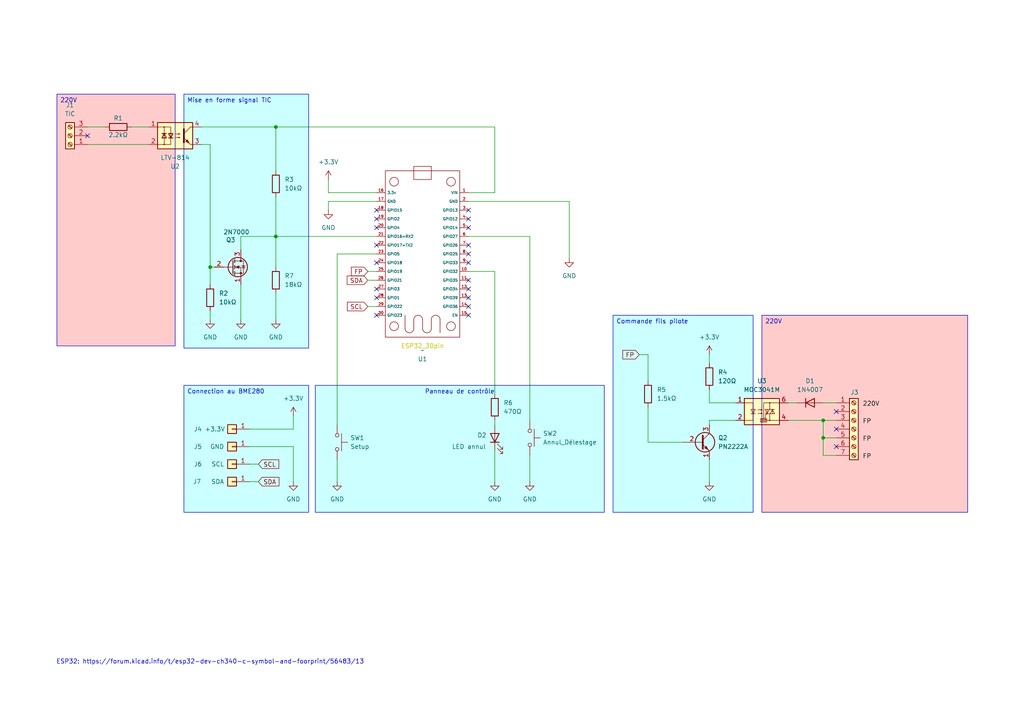
<source format=kicad_sch>
(kicad_sch (version 20231120) (generator "eeschema") (generator_version "8.0")
  (paper "A4")
  (lib_symbols
    (symbol "Connector:Screw_Terminal_01x03" (pin_names (offset 1.016) hide)
      (property "Reference" "J" (at 0 5.08 0))
      (property "Value" "Screw_Terminal_01x03" (at 0 -5.08 0))
      (symbol "Screw_Terminal_01x03_1_1"
        (rectangle (start -1.27 3.81) (end 1.27 -3.81) (stroke (width 0.254)) (fill (type background)))
        (circle (center 0 -2.54) (radius 0.635) (stroke (width 0.1524)))
        (polyline (pts (xy -0.5334 -2.2098) (xy 0.3302 -3.048)) (stroke (width 0.1524)))
        (polyline (pts (xy -0.5334 0.3302) (xy 0.3302 -0.508)) (stroke (width 0.1524)))
        (polyline (pts (xy -0.5334 2.8702) (xy 0.3302 2.032)) (stroke (width 0.1524)))
        (polyline (pts (xy -0.3556 -2.032) (xy 0.508 -2.8702)) (stroke (width 0.1524)))
        (polyline (pts (xy -0.3556 0.508) (xy 0.508 -0.3302)) (stroke (width 0.1524)))
        (polyline (pts (xy -0.3556 3.048) (xy 0.508 2.2098)) (stroke (width 0.1524)))
        (circle (center 0 0) (radius 0.635) (stroke (width 0.1524)))
        (circle (center 0 2.54) (radius 0.635) (stroke (width 0.1524)))
        (pin passive line (at -5.08 2.54 0) (length 3.81) (name "Pin_1") (number "1"))
        (pin passive line (at -5.08 0 0) (length 3.81) (name "Pin_2") (number "2"))
        (pin passive line (at -5.08 -2.54 0) (length 3.81) (name "Pin_3") (number "3"))
      )
    )
    (symbol "Connector:Screw_Terminal_01x07" (pin_names (offset 1.016) hide)
      (property "Reference" "J" (at 0 10.16 0))
      (property "Value" "Screw_Terminal_01x07" (at 0 -10.16 0))
      (symbol "Screw_Terminal_01x07_1_1"
        (rectangle (start -1.27 8.89) (end 1.27 -8.89) (stroke (width 0.254)) (fill (type background)))
        (circle (center 0 -7.62) (radius 0.635) (stroke (width 0.1524)))
        (circle (center 0 -5.08) (radius 0.635) (stroke (width 0.1524)))
        (circle (center 0 -2.54) (radius 0.635) (stroke (width 0.1524)))
        (polyline (pts (xy -0.5334 -7.2898) (xy 0.3302 -8.128)) (stroke (width 0.1524)))
        (polyline (pts (xy -0.5334 -4.7498) (xy 0.3302 -5.588)) (stroke (width 0.1524)))
        (polyline (pts (xy -0.5334 -2.2098) (xy 0.3302 -3.048)) (stroke (width 0.1524)))
        (polyline (pts (xy -0.5334 0.3302) (xy 0.3302 -0.508)) (stroke (width 0.1524)))
        (polyline (pts (xy -0.5334 2.8702) (xy 0.3302 2.032)) (stroke (width 0.1524)))
        (polyline (pts (xy -0.5334 5.4102) (xy 0.3302 4.572)) (stroke (width 0.1524)))
        (polyline (pts (xy -0.5334 7.9502) (xy 0.3302 7.112)) (stroke (width 0.1524)))
        (polyline (pts (xy -0.3556 -7.112) (xy 0.508 -7.9502)) (stroke (width 0.1524)))
        (polyline (pts (xy -0.3556 -4.572) (xy 0.508 -5.4102)) (stroke (width 0.1524)))
        (polyline (pts (xy -0.3556 -2.032) (xy 0.508 -2.8702)) (stroke (width 0.1524)))
        (polyline (pts (xy -0.3556 0.508) (xy 0.508 -0.3302)) (stroke (width 0.1524)))
        (polyline (pts (xy -0.3556 3.048) (xy 0.508 2.2098)) (stroke (width 0.1524)))
        (polyline (pts (xy -0.3556 5.588) (xy 0.508 4.7498)) (stroke (width 0.1524)))
        (polyline (pts (xy -0.3556 8.128) (xy 0.508 7.2898)) (stroke (width 0.1524)))
        (circle (center 0 0) (radius 0.635) (stroke (width 0.1524)))
        (circle (center 0 2.54) (radius 0.635) (stroke (width 0.1524)))
        (circle (center 0 5.08) (radius 0.635) (stroke (width 0.1524)))
        (circle (center 0 7.62) (radius 0.635) (stroke (width 0.1524)))
        (pin passive line (at -5.08 7.62 0) (length 3.81) (name "Pin_1") (number "1"))
        (pin passive line (at -5.08 5.08 0) (length 3.81) (name "Pin_2") (number "2"))
        (pin passive line (at -5.08 2.54 0) (length 3.81) (name "Pin_3") (number "3"))
        (pin passive line (at -5.08 0 0) (length 3.81) (name "Pin_4") (number "4"))
        (pin passive line (at -5.08 -2.54 0) (length 3.81) (name "Pin_5") (number "5"))
        (pin passive line (at -5.08 -5.08 0) (length 3.81) (name "Pin_6") (number "6"))
        (pin passive line (at -5.08 -7.62 0) (length 3.81) (name "Pin_7") (number "7"))
      )
    )
    (symbol "Connector_Generic:Conn_01x01" (pin_names (offset 1.016) hide)
      (property "Reference" "J" (at 0 2.54 0))
      (property "Value" "Conn_01x01" (at 0 -2.54 0))
      (symbol "Conn_01x01_1_1"
        (rectangle (start -1.27 0.127) (end 0 -0.127) (stroke (width 0.1524)))
        (rectangle (start -1.27 1.27) (end 1.27 -1.27) (stroke (width 0.254)) (fill (type background)))
        (pin passive line (at -5.08 0 0) (length 3.81) (name "Pin_1") (number "1"))
      )
    )
    (symbol "Device:LED" (pin_numbers hide) (pin_names (offset 1.016) hide)
      (property "Reference" "D" (at 0 2.54 0))
      (property "Value" "LED" (at 0 -2.54 0))
      (symbol "LED_0_1"
        (polyline (pts (xy -1.27 -1.27) (xy -1.27 1.27)) (stroke (width 0.254)))
        (polyline (pts (xy -1.27 0) (xy 1.27 0)))
        (polyline (pts (xy 1.27 -1.27) (xy 1.27 1.27) (xy -1.27 0) (xy 1.27 -1.27)) (stroke (width 0.254)))
        (polyline (pts (xy -3.048 -0.762) (xy -4.572 -2.286) (xy -3.81 -2.286) (xy -4.572 -2.286) (xy -4.572 -1.524)))
        (polyline (pts (xy -1.778 -0.762) (xy -3.302 -2.286) (xy -2.54 -2.286) (xy -3.302 -2.286) (xy -3.302 -1.524)))
      )
      (symbol "LED_1_1"
        (pin passive line (at -3.81 0 0) (length 2.54) (name "K") (number "1"))
        (pin passive line (at 3.81 0 180) (length 2.54) (name "A") (number "2"))
      )
    )
    (symbol "Device:R" (pin_numbers hide) (pin_names (offset 0))
      (property "Reference" "R" (at 2.032 0 90))
      (property "Value" "R" (at 0 0 90))
      (symbol "R_0_1"
        (rectangle (start -1.016 -2.54) (end 1.016 2.54) (stroke (width 0.254)))
      )
      (symbol "R_1_1"
        (pin passive line (at 0 3.81 270) (length 1.27) (name "~") (number "1"))
        (pin passive line (at 0 -3.81 90) (length 1.27) (name "~") (number "2"))
      )
    )
    (symbol "Diode:1N4007" (pin_numbers hide) (pin_names hide)
      (property "Reference" "D" (at 0 2.54 0))
      (property "Value" "1N4007" (at 0 -2.54 0))
      (symbol "1N4007_0_1"
        (polyline (pts (xy -1.27 1.27) (xy -1.27 -1.27)) (stroke (width 0.254)))
        (polyline (pts (xy 1.27 0) (xy -1.27 0)))
        (polyline (pts (xy 1.27 1.27) (xy 1.27 -1.27) (xy -1.27 0) (xy 1.27 1.27)) (stroke (width 0.254)))
      )
      (symbol "1N4007_1_1"
        (pin passive line (at -3.81 0 0) (length 2.54) (name "K") (number "1"))
        (pin passive line (at 3.81 0 180) (length 2.54) (name "A") (number "2"))
      )
    )
    (symbol "Isolator:LTV-814" (pin_names (offset 1.016))
      (property "Reference" "U" (at -5.08 5.08 0))
      (property "Value" "LTV-814" (at 0 5.08 0))
      (symbol "LTV-814_0_1"
        (rectangle (start -5.08 3.81) (end 5.08 -3.81) (stroke (width 0.254)) (fill (type background)))
        (circle (center -3.175 -2.54) (radius 0.127))
        (circle (center -3.175 2.54) (radius 0.127))
        (polyline (pts (xy -3.175 2.54) (xy -3.175 -2.54)))
        (polyline (pts (xy -1.905 -0.635) (xy -0.635 -0.635)) (stroke (width 0.254)))
        (polyline (pts (xy 2.54 0.635) (xy 4.445 2.54)))
        (polyline (pts (xy 4.445 -2.54) (xy 2.54 -0.635)) (fill (type outline)))
        (polyline (pts (xy 4.445 -2.54) (xy 5.08 -2.54)))
        (polyline (pts (xy 4.445 2.54) (xy 5.08 2.54)))
        (polyline (pts (xy -5.08 2.54) (xy -1.27 2.54) (xy -1.27 -0.762)))
        (polyline (pts (xy -1.27 -0.635) (xy -1.27 -2.54) (xy -5.08 -2.54)))
        (polyline (pts (xy 2.54 1.905) (xy 2.54 -1.905) (xy 2.54 -1.905)) (stroke (width 0.508)))
        (polyline (pts (xy -1.27 -0.635) (xy -1.905 0.635) (xy -0.635 0.635) (xy -1.27 -0.635)) (stroke (width 0.254)))
        (polyline (pts (xy 0.127 -0.508) (xy 1.397 -0.508) (xy 1.016 -0.635) (xy 1.016 -0.381) (xy 1.397 -0.508)))
        (polyline (pts (xy 0.127 0.508) (xy 1.397 0.508) (xy 1.016 0.381) (xy 1.016 0.635) (xy 1.397 0.508)))
        (polyline (pts (xy 3.048 -1.651) (xy 3.556 -1.143) (xy 4.064 -2.159) (xy 3.048 -1.651) (xy 3.048 -1.651)) (fill (type outline)))
      )
      (symbol "LTV-814_1_1"
        (polyline (pts (xy -3.81 0.635) (xy -2.54 0.635)) (stroke (width 0.254)))
        (polyline (pts (xy -3.175 0.635) (xy -3.81 -0.635) (xy -2.54 -0.635) (xy -3.175 0.635)) (stroke (width 0.254)))
        (pin passive line (at -7.62 2.54 0) (length 2.54) (name "~") (number "1"))
        (pin passive line (at -7.62 -2.54 0) (length 2.54) (name "~") (number "2"))
        (pin passive line (at 7.62 -2.54 180) (length 2.54) (name "~") (number "3"))
        (pin passive line (at 7.62 2.54 180) (length 2.54) (name "~") (number "4"))
      )
    )
    (symbol "Linky_Tempo_HomeKit_Library:ESP32_30Pin"
      (property "Reference" "U" (at 0 0 0))
      (property "Footprint" "ESP32_30pin" (at 0 -2.54 0))
      (symbol "ESP32_30Pin_0_1"
        (rectangle (start -24.13 10.795) (end 24.13 -10.795))
        (arc (start -22.8675 -1.2775) (mid -22.4933 -2.1733) (end -21.5975 -2.5475))
        (arc (start -22.8675 3.8025) (mid -22.4933 2.9067) (end -21.5975 2.5325))
        (arc (start -21.59 0) (mid -22.4873 -0.3727) (end -22.86 -1.27))
        (arc (start -21.59 5.08) (mid -22.4873 4.7073) (end -22.86 3.81))
        (circle (center -20.955 -8.255) (radius 1.27))
        (circle (center -20.955 8.255) (radius 1.27))
        (arc (start -19.0475 -5.0825) (mid -18.1502 -4.7098) (end -17.7775 -3.8125))
        (arc (start -19.0475 -0.0025) (mid -18.1502 0.3702) (end -17.7775 1.2675))
        (arc (start -17.77 -3.805) (mid -18.1442 -2.9092) (end -19.04 -2.535))
        (arc (start -17.77 1.275) (mid -18.1442 2.1708) (end -19.04 2.545))
        (polyline (pts (xy -21.59 -2.54) (xy -20.32 -2.54)))
        (polyline (pts (xy -21.59 0) (xy -20.32 0)))
        (polyline (pts (xy -21.59 2.54) (xy -20.32 2.54)))
        (polyline (pts (xy -21.59 5.08) (xy -20.32 5.08)))
        (polyline (pts (xy -20.32 -5.08) (xy -22.86 -5.08)))
        (polyline (pts (xy -20.32 5.08) (xy -17.78 5.08)))
        (polyline (pts (xy -19.0475 -5.0825) (xy -20.3175 -5.0825)))
        (polyline (pts (xy -19.0475 -2.5425) (xy -20.3175 -2.5425)))
        (polyline (pts (xy -19.0475 -0.0025) (xy -20.3175 -0.0025)))
        (polyline (pts (xy -19.0475 2.5375) (xy -20.3175 2.5375)))
        (circle (center 20.955 -8.255) (radius 1.27))
        (circle (center 20.955 8.255) (radius 1.27))
        (rectangle (start 21.59 2.54) (end 25.4 -2.54))
      )
      (symbol "ESP32_30Pin_1_1"
        (pin power_out line (at 17.78 -13.335 90) (length 2.54) (name "VIN") (number "1"))
        (pin bidirectional line (at -5.08 -13.335 90) (length 2.54) (name "GPIO32") (number "10"))
        (pin bidirectional line (at -7.62 -13.335 90) (length 2.54) (name "GPIO35") (number "11"))
        (pin bidirectional line (at -10.16 -13.335 90) (length 2.54) (name "GPIO34") (number "12"))
        (pin bidirectional line (at -12.7 -13.335 90) (length 2.54) (name "GPIO39") (number "13"))
        (pin bidirectional line (at -15.24 -13.335 90) (length 2.54) (name "GPIO36") (number "14"))
        (pin bidirectional line (at -17.78 -13.335 90) (length 2.54) (name "EN") (number "15"))
        (pin output line (at 17.78 13.335 270) (length 2.54) (name "3.3v") (number "16"))
        (pin power_in line (at 15.24 13.335 270) (length 2.54) (name "GND") (number "17"))
        (pin bidirectional line (at 12.7 13.335 270) (length 2.54) (name "GPIO15") (number "18"))
        (pin bidirectional line (at 10.16 13.335 270) (length 2.54) (name "GPIO2") (number "19"))
        (pin bidirectional line (at 15.24 -13.335 90) (length 2.54) (name "GND") (number "2"))
        (pin bidirectional line (at 7.62 13.335 270) (length 2.54) (name "GPIO4") (number "20"))
        (pin bidirectional line (at 5.08 13.335 270) (length 2.54) (name "GPIO16=RX2") (number "21"))
        (pin bidirectional line (at 2.54 13.335 270) (length 2.54) (name "GPIO17=TX2") (number "22"))
        (pin bidirectional line (at 0 13.335 270) (length 2.54) (name "GPIO5") (number "23"))
        (pin bidirectional line (at -2.54 13.335 270) (length 2.54) (name "GPIO18") (number "24"))
        (pin bidirectional line (at -5.08 13.335 270) (length 2.54) (name "GPIO19") (number "25"))
        (pin bidirectional line (at -7.62 13.335 270) (length 2.54) (name "GPIO21") (number "26"))
        (pin bidirectional line (at -10.16 13.335 270) (length 2.54) (name "GPIO3") (number "27"))
        (pin bidirectional line (at -12.7 13.335 270) (length 2.54) (name "GPIO1") (number "28"))
        (pin bidirectional line (at -15.24 13.335 270) (length 2.54) (name "GPIO22") (number "29"))
        (pin bidirectional line (at 12.7 -13.335 90) (length 2.54) (name "GPIO13") (number "3"))
        (pin bidirectional line (at -17.78 13.335 270) (length 2.54) (name "GPIO23") (number "30"))
        (pin bidirectional line (at 10.16 -13.335 90) (length 2.54) (name "GPIO12") (number "4"))
        (pin bidirectional line (at 7.62 -13.335 90) (length 2.54) (name "GPIO14") (number "5"))
        (pin bidirectional line (at 5.08 -13.335 90) (length 2.54) (name "GPIO27") (number "6"))
        (pin bidirectional line (at 2.54 -13.335 90) (length 2.54) (name "GPIO26") (number "7"))
        (pin bidirectional line (at 0 -13.335 90) (length 2.54) (name "GPIO25") (number "8"))
        (pin bidirectional line (at -2.54 -13.335 90) (length 2.54) (name "GPIO33") (number "9"))
      )
    )
    (symbol "Relay_SolidState:MOC3041M"
      (property "Reference" "U" (at -5.08 5.08 0))
      (property "Value" "MOC3041M" (at 0 5.08 0))
      (symbol "MOC3041M_0_0"
        (rectangle (start -0.381 -2.032) (end 1.397 -3.048))
        (polyline (pts (xy 2.286 -2.54) (xy 1.397 -2.54)))
        (polyline (pts (xy 1.524 -0.635) (xy 1.016 -1.016) (xy 1.016 -2.032)))
        (text "ZCD" (at 0.508 -2.54 0) (effects (font (size 0.508 0.508))))
      )
      (symbol "MOC3041M_0_1"
        (rectangle (start -5.08 3.81) (end 5.08 -3.81) (stroke (width 0.254)) (fill (type background)))
        (polyline (pts (xy -3.175 -0.635) (xy -1.905 -0.635)))
        (polyline (pts (xy 1.524 -0.635) (xy 1.524 0.635)))
        (polyline (pts (xy 3.048 0.635) (xy 3.048 -0.635)))
        (polyline (pts (xy 2.286 -0.635) (xy 2.286 -2.54) (xy 5.08 -2.54)))
        (polyline (pts (xy 2.286 0.635) (xy 2.286 2.54) (xy 5.08 2.54)))
        (polyline (pts (xy 2.286 2.54) (xy 0.508 2.54) (xy 0.508 -2.032)))
        (polyline (pts (xy -5.08 2.54) (xy -2.54 2.54) (xy -2.54 -2.54) (xy -5.08 -2.54)))
        (polyline (pts (xy -2.54 -0.635) (xy -3.175 0.635) (xy -1.905 0.635) (xy -2.54 -0.635)))
        (polyline (pts (xy 0.889 -0.635) (xy 3.683 -0.635) (xy 3.048 0.635) (xy 2.413 -0.635)))
        (polyline (pts (xy 3.683 0.635) (xy 0.889 0.635) (xy 1.524 -0.635) (xy 2.159 0.635)))
        (polyline (pts (xy -1.143 -0.508) (xy 0.127 -0.508) (xy -0.254 -0.635) (xy -0.254 -0.381) (xy 0.127 -0.508)))
        (polyline (pts (xy -1.143 0.508) (xy 0.127 0.508) (xy -0.254 0.381) (xy -0.254 0.635) (xy 0.127 0.508)))
        (circle (center 2.286 -2.54) (radius 0.127))
        (circle (center 2.286 2.54) (radius 0.127))
      )
      (symbol "MOC3041M_1_1"
        (pin passive line (at -7.62 2.54 0) (length 2.54) (name "~") (number "1"))
        (pin passive line (at -7.62 -2.54 0) (length 2.54) (name "~") (number "2"))
        (pin no_connect line (at -5.08 0 0) (length 2.54) hide (name "NC") (number "3"))
        (pin passive line (at 7.62 -2.54 180) (length 2.54) (name "~") (number "4"))
        (pin no_connect line (at 5.08 0 180) (length 2.54) hide (name "NC") (number "5"))
        (pin passive line (at 7.62 2.54 180) (length 2.54) (name "~") (number "6"))
      )
    )
    (symbol "Switch:SW_Push" (pin_numbers hide) (pin_names (offset 1.016) hide)
      (property "Reference" "SW" (at 1.27 2.54 0))
      (property "Value" "SW_Push" (at 0 -1.524 0))
      (symbol "SW_Push_0_1"
        (circle (center -2.032 0) (radius 0.508))
        (polyline (pts (xy 0 1.27) (xy 0 3.048)))
        (polyline (pts (xy 2.54 1.27) (xy -2.54 1.27)))
        (circle (center 2.032 0) (radius 0.508))
        (pin passive line (at -5.08 0 0) (length 2.54) (name "1") (number "1"))
        (pin passive line (at 5.08 0 180) (length 2.54) (name "2") (number "2"))
      )
    )
    (symbol "Transistor_BJT:PN2222A" (pin_names (offset 0) hide)
      (property "Reference" "Q" (at 5.08 1.905 0))
      (property "Value" "PN2222A" (at 5.08 0 0))
      (symbol "PN2222A_0_1"
        (polyline (pts (xy 0 0) (xy 0.635 0)))
        (polyline (pts (xy 2.54 -2.54) (xy 0.635 -0.635)))
        (polyline (pts (xy 2.54 2.54) (xy 0.635 0.635)))
        (polyline (pts (xy 0.635 1.905) (xy 0.635 -1.905) (xy 0.635 -1.905)) (stroke (width 0.508)))
        (polyline (pts (xy 2.413 -2.413) (xy 1.905 -1.905) (xy 1.905 -1.905)))
        (polyline (pts (xy 1.143 -1.651) (xy 1.651 -1.143) (xy 2.159 -2.159) (xy 1.143 -1.651) (xy 1.143 -1.651)) (fill (type outline)))
        (circle (center 1.27 0) (radius 2.8194) (stroke (width 0.254)))
      )
      (symbol "PN2222A_1_1"
        (pin passive line (at 2.54 -5.08 90) (length 2.54) (name "E") (number "1"))
        (pin input line (at -5.08 0 0) (length 5.08) (name "B") (number "2"))
        (pin passive line (at 2.54 5.08 270) (length 2.54) (name "C") (number "3"))
      )
    )
    (symbol "Transistor_FET:2N7000" (pin_names hide)
      (property "Reference" "Q" (at 5.08 1.905 0))
      (property "Value" "2N7000" (at 5.08 0 0))
      (symbol "2N7000_0_1"
        (polyline (pts (xy 0.254 0) (xy -2.54 0)))
        (polyline (pts (xy 0.254 1.905) (xy 0.254 -1.905)) (stroke (width 0.254)))
        (polyline (pts (xy 0.762 -1.27) (xy 0.762 -2.286)) (stroke (width 0.254)))
        (polyline (pts (xy 0.762 0.508) (xy 0.762 -0.508)) (stroke (width 0.254)))
        (polyline (pts (xy 0.762 2.286) (xy 0.762 1.27)) (stroke (width 0.254)))
        (polyline (pts (xy 2.54 2.54) (xy 2.54 1.778)))
        (polyline (pts (xy 2.54 -2.54) (xy 2.54 0) (xy 0.762 0)))
        (polyline (pts (xy 0.762 -1.778) (xy 3.302 -1.778) (xy 3.302 1.778) (xy 0.762 1.778)))
        (polyline (pts (xy 1.016 0) (xy 2.032 0.381) (xy 2.032 -0.381) (xy 1.016 0)) (fill (type outline)))
        (polyline (pts (xy 2.794 0.508) (xy 2.921 0.381) (xy 3.683 0.381) (xy 3.81 0.254)))
        (polyline (pts (xy 3.302 0.381) (xy 2.921 -0.254) (xy 3.683 -0.254) (xy 3.302 0.381)))
        (circle (center 1.651 0) (radius 2.794) (stroke (width 0.254)))
        (circle (center 2.54 -1.778) (radius 0.254) (fill (type outline)))
        (circle (center 2.54 1.778) (radius 0.254) (fill (type outline)))
      )
      (symbol "2N7000_1_1"
        (pin passive line (at 2.54 -5.08 90) (length 2.54) (name "S") (number "1"))
        (pin input line (at -5.08 0 0) (length 2.54) (name "G") (number "2"))
        (pin passive line (at 2.54 5.08 270) (length 2.54) (name "D") (number "3"))
      )
    )
    (symbol "power:+3.3V" (power) (pin_numbers hide) (pin_names (offset 0) hide)
      (property "Value" "+3.3V" (at 0 3.556 0))
      (symbol "+3.3V_0_1"
        (polyline (pts (xy -0.762 1.27) (xy 0 2.54)))
        (polyline (pts (xy 0 0) (xy 0 2.54)))
        (polyline (pts (xy 0 2.54) (xy 0.762 1.27)))
      )
      (symbol "+3.3V_1_1"
        (pin power_in line (at 0 0 90) (length 0) (name "~") (number "1"))
      )
    )
    (symbol "power:GND" (power) (pin_numbers hide) (pin_names (offset 0) hide)
      (property "Value" "GND" (at 0 -3.81 0))
      (symbol "GND_0_1"
        (polyline (pts (xy 0 0) (xy 0 -1.27) (xy 1.27 -1.27) (xy 0 -2.54) (xy -1.27 -1.27) (xy 0 -1.27)))
      )
      (symbol "GND_1_1"
        (pin power_in line (at 0 0 270) (length 0) (name "~") (number "1"))
      )
    )
  )
  (junction (at 238.76 127))
  (junction (at 60.96 77.47))
  (junction (at 238.76 121.92))
  (junction (at 80.01 68.58))
  (junction (at 80.01 36.83))
  (no_connect (at 109.22 86.36))
  (no_connect (at 242.57 119.38))
  (no_connect (at 109.22 66.04))
  (no_connect (at 135.89 66.04))
  (no_connect (at 135.89 83.82))
  (no_connect (at 135.89 60.96))
  (no_connect (at 109.22 60.96))
  (no_connect (at 109.22 63.5))
  (no_connect (at 135.89 86.36))
  (no_connect (at 135.89 81.28))
  (no_connect (at 135.89 91.44))
  (no_connect (at 25.4 39.37))
  (no_connect (at 135.89 88.9))
  (no_connect (at 242.57 129.54))
  (no_connect (at 109.22 91.44))
  (no_connect (at 135.89 63.5))
  (no_connect (at 135.89 76.2))
  (no_connect (at 109.22 71.12))
  (no_connect (at 242.57 124.46))
  (no_connect (at 109.22 83.82))
  (no_connect (at 135.89 73.66))
  (no_connect (at 109.22 76.2))
  (no_connect (at 135.89 71.12))
  (wire (pts (xy 228.6 121.92) (xy 238.76 121.92)))
  (wire (pts (xy 97.79 123.19) (xy 97.79 73.66)))
  (wire (pts (xy 72.39 139.7) (xy 74.93 139.7)))
  (wire (pts (xy 60.96 90.17) (xy 60.96 92.71)))
  (wire (pts (xy 80.01 57.15) (xy 80.01 68.58)))
  (wire (pts (xy 97.79 73.66) (xy 109.22 73.66)))
  (wire (pts (xy 242.57 132.08) (xy 238.76 132.08)))
  (wire (pts (xy 205.74 121.92) (xy 205.74 123.19)))
  (wire (pts (xy 25.4 36.83) (xy 30.48 36.83)))
  (wire (pts (xy 213.36 121.92) (xy 205.74 121.92)))
  (wire (pts (xy 95.25 55.88) (xy 109.22 55.88)))
  (wire (pts (xy 25.4 41.91) (xy 43.18 41.91)))
  (wire (pts (xy 198.12 128.27) (xy 187.96 128.27)))
  (wire (pts (xy 153.67 68.58) (xy 153.67 121.92)))
  (wire (pts (xy 97.79 133.35) (xy 97.79 139.7)))
  (wire (pts (xy 143.51 130.81) (xy 143.51 139.7)))
  (wire (pts (xy 60.96 41.91) (xy 60.96 77.47)))
  (wire (pts (xy 165.1 58.42) (xy 165.1 74.93)))
  (wire (pts (xy 69.85 68.58) (xy 69.85 72.39)))
  (wire (pts (xy 72.39 129.54) (xy 85.09 129.54)))
  (wire (pts (xy 135.89 68.58) (xy 153.67 68.58)))
  (wire (pts (xy 58.42 41.91) (xy 60.96 41.91)))
  (wire (pts (xy 143.51 121.92) (xy 143.51 123.19)))
  (wire (pts (xy 135.89 58.42) (xy 165.1 58.42)))
  (wire (pts (xy 143.51 55.88) (xy 143.51 36.83)))
  (wire (pts (xy 238.76 121.92) (xy 242.57 121.92)))
  (wire (pts (xy 58.42 36.83) (xy 80.01 36.83)))
  (wire (pts (xy 62.23 77.47) (xy 60.96 77.47)))
  (wire (pts (xy 135.89 55.88) (xy 143.51 55.88)))
  (wire (pts (xy 205.74 113.03) (xy 205.74 116.84)))
  (wire (pts (xy 80.01 85.09) (xy 80.01 92.71)))
  (wire (pts (xy 72.39 134.62) (xy 74.93 134.62)))
  (wire (pts (xy 106.68 88.9) (xy 109.22 88.9)))
  (wire (pts (xy 80.01 68.58) (xy 109.22 68.58)))
  (wire (pts (xy 205.74 133.35) (xy 205.74 139.7)))
  (wire (pts (xy 60.96 77.47) (xy 60.96 82.55)))
  (wire (pts (xy 143.51 78.74) (xy 135.89 78.74)))
  (wire (pts (xy 95.25 60.96) (xy 95.25 58.42)))
  (wire (pts (xy 143.51 114.3) (xy 143.51 78.74)))
  (wire (pts (xy 106.68 81.28) (xy 109.22 81.28)))
  (wire (pts (xy 228.6 116.84) (xy 231.14 116.84)))
  (wire (pts (xy 72.39 124.46) (xy 85.09 124.46)))
  (wire (pts (xy 153.67 132.08) (xy 153.67 139.7)))
  (wire (pts (xy 205.74 116.84) (xy 213.36 116.84)))
  (wire (pts (xy 106.68 78.74) (xy 109.22 78.74)))
  (wire (pts (xy 238.76 127) (xy 238.76 132.08)))
  (wire (pts (xy 205.74 102.87) (xy 205.74 105.41)))
  (wire (pts (xy 38.1 36.83) (xy 43.18 36.83)))
  (wire (pts (xy 238.76 121.92) (xy 238.76 127)))
  (wire (pts (xy 85.09 129.54) (xy 85.09 139.7)))
  (wire (pts (xy 187.96 128.27) (xy 187.96 118.11)))
  (wire (pts (xy 187.96 102.87) (xy 187.96 110.49)))
  (wire (pts (xy 80.01 68.58) (xy 80.01 77.47)))
  (wire (pts (xy 69.85 82.55) (xy 69.85 92.71)))
  (wire (pts (xy 95.25 52.07) (xy 95.25 55.88)))
  (wire (pts (xy 242.57 127) (xy 238.76 127)))
  (wire (pts (xy 238.76 116.84) (xy 242.57 116.84)))
  (wire (pts (xy 143.51 36.83) (xy 80.01 36.83)))
  (wire (pts (xy 95.25 58.42) (xy 109.22 58.42)))
  (wire (pts (xy 69.85 68.58) (xy 80.01 68.58)))
  (wire (pts (xy 185.42 102.87) (xy 187.96 102.87)))
  (wire (pts (xy 80.01 36.83) (xy 80.01 49.53)))
  (wire (pts (xy 85.09 120.65) (xy 85.09 124.46)))
  (text_box "Connection au BME280" (at 53.34 111.76 0) (size 36.195 36.83) (fill (type color) (color 0 255 255 0.2)) (effects (font (size 1.27 1.27)) (justify left top)))
  (text_box "Commande fils pilote" (at 177.8 91.44 0) (size 40.64 57.15) (fill (type color) (color 0 255 255 0.2)) (effects (font (size 1.27 1.27)) (justify left top)))
  (text_box "220V" (at 220.98 91.44 0) (size 59.69 57.15) (fill (type color) (color 255 0 0 0.2)) (effects (font (size 1.27 1.27)) (justify left top)))
  (text_box "Panneau de contrôle" (at 91.44 111.76 0) (size 83.82 36.83) (fill (type color) (color 0 255 255 0.2)) (effects (font (size 1.27 1.27)) (justify top)))
  (text_box "Mise en forme signal TIC" (at 53.34 27.305 0) (size 36.195 73.66) (fill (type color) (color 0 255 255 0.2)) (effects (font (size 1.27 1.27)) (justify left top)))
  (text_box "220V" (at 16.51 27.305 0) (size 34.29 73.025) (fill (type color) (color 255 0 0 0.2)) (effects (font (size 1.27 1.27)) (justify left top)))
  (text "ESP32: https://forum.kicad.info/t/esp32-dev-ch340-c-symbol-and-foorprint/56483/13" (at 60.96 192.024 0) (effects (font (size 1.27 1.27))))
  (label "FP" (at 250.19 133.35 0))
  (label "220V" (at 250.19 118.11 0))
  (label "FP" (at 250.19 123.19 0))
  (label "FP" (at 250.19 128.27 0))
  (global_label "SDA" (shape input) (at 106.68 81.28 180) (property "Intersheetrefs" "${INTERSHEET_REFS}" (effects (hide yes))))
  (global_label "SDA" (shape input) (at 74.93 139.7 0) (property "Intersheetrefs" "${INTERSHEET_REFS}" (effects (hide yes))))
  (global_label "FP" (shape input) (at 185.42 102.87 180) (property "Intersheetrefs" "${INTERSHEET_REFS}" (effects (hide yes))))
  (global_label "SCL" (shape input) (at 74.93 134.62 0) (property "Intersheetrefs" "${INTERSHEET_REFS}" (effects (hide yes))))
  (global_label "FP" (shape input) (at 106.68 78.74 180) (property "Intersheetrefs" "${INTERSHEET_REFS}" (effects (hide yes))))
  (global_label "SCL" (shape input) (at 106.68 88.9 180) (property "Intersheetrefs" "${INTERSHEET_REFS}" (effects (hide yes))))
  (symbol (lib_id "power:GND") (at 80.01 92.71 0) (unit 1)
    (property "Reference" "#PWR013" (effects (hide yes)))
    (property "Value" "GND" (at 80.01 97.79 0))
    (property "Description" "Power symbol creates a global label with name \"GND\" , ground" (effects (hide yes)))
  )
  (symbol (lib_id "Connector:Screw_Terminal_01x03") (at 20.32 39.37 180) (unit 1)
    (property "Reference" "J1" (at 20.32 30.48 0))
    (property "Value" "TIC" (at 20.32 33.02 0))
    (property "Footprint" "Connector_PinSocket_2.54mm:PinSocket_1x03_P2.54mm_Vertical" (effects (hide yes)))
    (property "Description" "Generic screw terminal, single row, 01x03, script generated (kicad-library-utils/schlib/autogen/connector/)" (effects (hide yes)))
  )
  (symbol (lib_id "Switch:SW_Push") (at 153.67 127 270) (unit 1)
    (property "Reference" "SW2" (at 157.48 125.7299 90) (effects (justify left)))
    (property "Value" "Annul_Délestage" (at 157.48 128.2699 90) (effects (justify left)))
    (property "Footprint" "Linky_Tempo_HomeKit_Library:SW_PUSH_5.08mm_H5mm" (effects (hide yes)))
    (property "Description" "Push button switch, generic, two pins" (effects (hide yes)))
  )
  (symbol (lib_id "Device:LED") (at 143.51 127 90) (unit 1)
    (property "Reference" "D2" (at 138.43 126.238 90) (effects (justify right)))
    (property "Value" "LED annul" (at 131.064 129.54 90) (effects (justify right)))
    (property "Footprint" "LED_THT:LED_D3.0mm" (effects (hide yes)))
    (property "Description" "Light emitting diode" (effects (hide yes)))
  )
  (symbol (lib_id "Relay_SolidState:MOC3041M") (at 220.98 119.38 0) (unit 1)
    (property "Reference" "U3" (at 220.98 110.49 0))
    (property "Value" "MOC3041M" (at 220.98 113.03 0))
    (property "Footprint" "Package_DIP:DIP-6_W7.62mm" (effects (hide yes)))
    (property "Datasheet" "https://www.onsemi.com/pub/Collateral/MOC3043M-D.pdf" (effects (hide yes)))
    (property "Description" "Zero Cross Opto-Triac, Vdrm 400V, Ift 15mA, DIP6" (effects (hide yes)))
  )
  (symbol (lib_id "Transistor_BJT:PN2222A") (at 203.2 128.27 0) (unit 1)
    (property "Reference" "Q2" (at 208.28 126.9999 0) (effects (justify left)))
    (property "Value" "PN2222A" (at 208.28 129.5399 0) (effects (justify left)))
    (property "Footprint" "Package_TO_SOT_THT:TO-92_Inline_Wide" (effects (hide yes)))
    (property "Datasheet" "https://www.onsemi.com/pub/Collateral/PN2222-D.PDF" (effects (hide yes)))
    (property "Description" "1A Ic, 40V Vce, NPN Transistor, General Purpose Transistor, TO-92" (effects (hide yes)))
  )
  (symbol (lib_id "Device:R") (at 205.74 109.22 0) (unit 1)
    (property "Reference" "R4" (at 208.28 107.9499 0) (effects (justify left)))
    (property "Value" "120Ω" (at 208.28 110.4899 0) (effects (justify left)))
    (property "Footprint" "Resistor_THT:R_Axial_DIN0207_L6.3mm_D2.5mm_P5.08mm_Vertical" (effects (hide yes)))
    (property "Description" "Resistor" (effects (hide yes)))
  )
  (symbol (lib_id "Connector_Generic:Conn_01x01") (at 67.31 124.46 180) (unit 1)
    (property "Reference" "J4" (at 57.404 124.46 0))
    (property "Value" "+3.3V" (at 65.278 124.46 0) (effects (justify left)))
    (property "Footprint" "Connector_PinHeader_2.54mm:PinHeader_1x01_P2.54mm_Vertical" (effects (hide yes)))
    (property "Description" "Generic connector, single row, 01x01, script generated (kicad-library-utils/schlib/autogen/connector/)" (effects (hide yes)))
  )
  (symbol (lib_id "power:+3.3V") (at 85.09 120.65 0) (unit 1)
    (property "Reference" "#PWR06" (effects (hide yes)))
    (property "Value" "+3.3V" (at 85.09 115.57 0))
    (property "Description" "Power symbol creates a global label with name \"+3.3V\"" (effects (hide yes)))
  )
  (symbol (lib_id "Transistor_FET:2N7000") (at 67.31 77.47 0) (unit 1)
    (property "Reference" "Q3" (at 65.532 69.596 0) (effects (justify left)))
    (property "Value" "2N7000" (at 64.77 67.31 0) (effects (justify left)))
    (property "Footprint" "Package_TO_SOT_THT:TO-92_Inline" (effects (hide yes)))
    (property "Datasheet" "https://www.vishay.com/docs/70226/70226.pdf" (effects (hide yes)))
    (property "Description" "0.2A Id, 200V Vds, N-Channel MOSFET, 2.6V Logic Level, TO-92" (effects (hide yes)))
  )
  (symbol (lib_id "power:+3.3V") (at 205.74 102.87 0) (unit 1)
    (property "Reference" "#PWR010" (effects (hide yes)))
    (property "Value" "+3.3V" (at 205.74 97.79 0))
    (property "Description" "Power symbol creates a global label with name \"+3.3V\"" (effects (hide yes)))
  )
  (symbol (lib_id "power:+3.3V") (at 95.25 52.07 0) (unit 1)
    (property "Reference" "#PWR01" (effects (hide yes)))
    (property "Value" "+3.3V" (at 95.25 46.99 0))
    (property "Description" "Power symbol creates a global label with name \"+3.3V\"" (effects (hide yes)))
  )
  (symbol (lib_id "Device:R") (at 34.29 36.83 270) (unit 1)
    (property "Reference" "R1" (at 34.29 34.29 90))
    (property "Value" "2.2kΩ" (at 34.29 39.116 90))
    (property "Footprint" "Resistor_THT:R_Axial_DIN0207_L6.3mm_D2.5mm_P2.54mm_Vertical" (effects (hide yes)))
    (property "Description" "Resistor" (effects (hide yes)))
  )
  (symbol (lib_id "Connector_Generic:Conn_01x01") (at 67.31 134.62 180) (unit 1)
    (property "Reference" "J6" (at 57.404 134.62 0))
    (property "Value" "SCL" (at 65.024 134.62 0) (effects (justify left)))
    (property "Footprint" "Connector_PinHeader_2.54mm:PinHeader_1x01_P2.54mm_Vertical" (effects (hide yes)))
    (property "Description" "Generic connector, single row, 01x01, script generated (kicad-library-utils/schlib/autogen/connector/)" (effects (hide yes)))
  )
  (symbol (lib_id "Device:R") (at 187.96 114.3 0) (unit 1)
    (property "Reference" "R5" (at 190.5 113.0299 0) (effects (justify left)))
    (property "Value" "1.5kΩ" (at 190.5 115.5699 0) (effects (justify left)))
    (property "Footprint" "Resistor_THT:R_Axial_DIN0309_L9.0mm_D3.2mm_P20.32mm_Horizontal" (effects (hide yes)))
    (property "Description" "Resistor" (effects (hide yes)))
  )
  (symbol (lib_id "Device:R") (at 60.96 86.36 180) (unit 1)
    (property "Reference" "R2" (at 63.5 85.0899 0) (effects (justify right)))
    (property "Value" "10kΩ" (at 63.5 87.6299 0) (effects (justify right)))
    (property "Footprint" "Resistor_THT:R_Axial_DIN0207_L6.3mm_D2.5mm_P5.08mm_Vertical" (effects (hide yes)))
    (property "Description" "Resistor" (effects (hide yes)))
  )
  (symbol (lib_id "power:GND") (at 205.74 139.7 0) (unit 1)
    (property "Reference" "#PWR011" (effects (hide yes)))
    (property "Value" "GND" (at 205.74 144.78 0))
    (property "Description" "Power symbol creates a global label with name \"GND\" , ground" (effects (hide yes)))
  )
  (symbol (lib_id "Linky_Tempo_HomeKit_Library:ESP32_30Pin") (at 122.555 73.66 90) (unit 1)
    (property "Reference" "U1" (at 122.555 104.14 90))
    (property "Value" "~" (at 122.555 101.6 90))
    (property "Footprint" "ESP32_30pin" (at 122.555 100.33 90))
  )
  (symbol (lib_id "power:GND") (at 85.09 139.7 0) (unit 1)
    (property "Reference" "#PWR07" (effects (hide yes)))
    (property "Value" "GND" (at 85.09 144.78 0))
    (property "Description" "Power symbol creates a global label with name \"GND\" , ground" (effects (hide yes)))
  )
  (symbol (lib_id "Connector_Generic:Conn_01x01") (at 67.31 139.7 180) (unit 1)
    (property "Reference" "J7" (at 57.15 139.7 0))
    (property "Value" "SDA" (at 65.024 139.7 0) (effects (justify left)))
    (property "Footprint" "Connector_PinHeader_2.54mm:PinHeader_1x01_P2.54mm_Vertical" (effects (hide yes)))
    (property "Description" "Generic connector, single row, 01x01, script generated (kicad-library-utils/schlib/autogen/connector/)" (effects (hide yes)))
  )
  (symbol (lib_id "Device:R") (at 80.01 81.28 0) (unit 1)
    (property "Reference" "R7" (at 82.55 80.0099 0) (effects (justify left)))
    (property "Value" "18kΩ" (at 82.55 82.5499 0) (effects (justify left)))
    (property "Footprint" "Resistor_THT:R_Axial_DIN0207_L6.3mm_D2.5mm_P10.16mm_Horizontal" (effects (hide yes)))
    (property "Description" "Resistor" (effects (hide yes)))
  )
  (symbol (lib_id "power:GND") (at 153.67 139.7 0) (unit 1)
    (property "Reference" "#PWR09" (effects (hide yes)))
    (property "Value" "GND" (at 153.67 144.78 0))
    (property "Description" "Power symbol creates a global label with name \"GND\" , ground" (effects (hide yes)))
  )
  (symbol (lib_id "power:GND") (at 97.79 139.7 0) (unit 1)
    (property "Reference" "#PWR08" (effects (hide yes)))
    (property "Value" "GND" (at 97.79 144.78 0))
    (property "Description" "Power symbol creates a global label with name \"GND\" , ground" (effects (hide yes)))
  )
  (symbol (lib_id "Diode:1N4007") (at 234.95 116.84 0) (unit 1)
    (property "Reference" "D1" (at 234.95 110.49 0))
    (property "Value" "1N4007" (at 234.95 113.03 0))
    (property "Footprint" "Diode_THT:D_DO-15_P15.24mm_Horizontal" (effects (hide yes)))
    (property "Datasheet" "http://www.vishay.com/docs/88503/1n4001.pdf" (effects (hide yes)))
    (property "Description" "1000V 1A General Purpose Rectifier Diode, DO-41" (effects (hide yes)))
    (property "Sim.Device" "D" (effects (hide yes)))
    (property "Sim.Pins" "1=K 2=A" (effects (hide yes)))
  )
  (symbol (lib_id "power:GND") (at 69.85 92.71 0) (unit 1)
    (property "Reference" "#PWR03" (effects (hide yes)))
    (property "Value" "GND" (at 69.85 97.79 0))
    (property "Description" "Power symbol creates a global label with name \"GND\" , ground" (effects (hide yes)))
  )
  (symbol (lib_id "power:GND") (at 60.96 92.71 0) (unit 1)
    (property "Reference" "#PWR02" (effects (hide yes)))
    (property "Value" "GND" (at 60.96 97.79 0))
    (property "Description" "Power symbol creates a global label with name \"GND\" , ground" (effects (hide yes)))
  )
  (symbol (lib_id "Connector_Generic:Conn_01x01") (at 67.31 129.54 180) (unit 1)
    (property "Reference" "J5" (at 57.404 129.54 0))
    (property "Value" "GND" (at 65.024 129.54 0) (effects (justify left)))
    (property "Footprint" "Connector_PinHeader_2.54mm:PinHeader_1x01_P2.54mm_Vertical" (effects (hide yes)))
    (property "Description" "Generic connector, single row, 01x01, script generated (kicad-library-utils/schlib/autogen/connector/)" (effects (hide yes)))
  )
  (symbol (lib_id "Switch:SW_Push") (at 97.79 128.27 270) (unit 1)
    (property "Reference" "SW1" (at 101.6 126.9999 90) (effects (justify left)))
    (property "Value" "Setup" (at 101.6 129.5399 90) (effects (justify left)))
    (property "Footprint" "Linky_Tempo_HomeKit_Library:SW_PUSH_5.08mm_H5mm" (effects (hide yes)))
    (property "Description" "Push button switch, generic, two pins" (effects (hide yes)))
  )
  (symbol (lib_id "power:GND") (at 143.51 139.7 0) (unit 1)
    (property "Reference" "#PWR012" (effects (hide yes)))
    (property "Value" "GND" (at 143.51 144.78 0))
    (property "Description" "Power symbol creates a global label with name \"GND\" , ground" (effects (hide yes)))
  )
  (symbol (lib_id "Device:R") (at 143.51 118.11 0) (unit 1)
    (property "Reference" "R6" (at 146.05 116.8399 0) (effects (justify left)))
    (property "Value" "470Ω" (at 146.05 119.3799 0) (effects (justify left)))
    (property "Footprint" "Resistor_THT:R_Axial_DIN0204_L3.6mm_D1.6mm_P7.62mm_Horizontal" (effects (hide yes)))
    (property "Description" "Resistor" (effects (hide yes)))
  )
  (symbol (lib_id "Connector:Screw_Terminal_01x07") (at 247.65 124.46 0) (unit 1)
    (property "Reference" "J3" (at 246.634 113.792 0) (effects (justify left)))
    (property "Value" "Main(1) + Fil pilote (3,5,7)" (effects (hide yes)))
    (property "Footprint" "Connector_PinSocket_2.54mm:PinSocket_1x07_P2.54mm_Vertical" (effects (hide yes)))
    (property "Description" "Generic screw terminal, single row, 01x07, script generated (kicad-library-utils/schlib/autogen/connector/)" (effects (hide yes)))
  )
  (symbol (lib_id "power:GND") (at 165.1 74.93 0) (unit 1)
    (property "Reference" "#PWR04" (effects (hide yes)))
    (property "Value" "GND" (at 165.1 80.01 0))
    (property "Description" "Power symbol creates a global label with name \"GND\" , ground" (effects (hide yes)))
  )
  (symbol (lib_id "Isolator:LTV-814") (at 50.8 39.37 0) (unit 1)
    (property "Reference" "U2" (at 50.8 48.26 0))
    (property "Value" "LTV-814" (at 50.8 45.72 0))
    (property "Footprint" "Package_DIP:DIP-4_W7.62mm" (effects (hide yes)))
    (property "Datasheet" "https://optoelectronics.liteon.com/upload/download/DS-70-96-0013/LTV-8X4%20series%20201509.pdf" (effects (hide yes)))
    (property "Description" "AC/DC Optocoupler, Vce 35V, CTR 20%, DIP4" (effects (hide yes)))
  )
  (symbol (lib_id "power:GND") (at 95.25 60.96 0) (unit 1)
    (property "Reference" "#PWR05" (effects (hide yes)))
    (property "Value" "GND" (at 95.25 66.04 0))
    (property "Description" "Power symbol creates a global label with name \"GND\" , ground" (effects (hide yes)))
  )
  (symbol (lib_id "Device:R") (at 80.01 53.34 0) (unit 1)
    (property "Reference" "R3" (at 82.55 52.0699 0) (effects (justify left)))
    (property "Value" "10kΩ" (at 82.55 54.6099 0) (effects (justify left)))
    (property "Footprint" "Resistor_THT:R_Axial_DIN0309_L9.0mm_D3.2mm_P15.24mm_Horizontal" (effects (hide yes)))
    (property "Description" "Resistor" (effects (hide yes)))
  )
)
</source>
